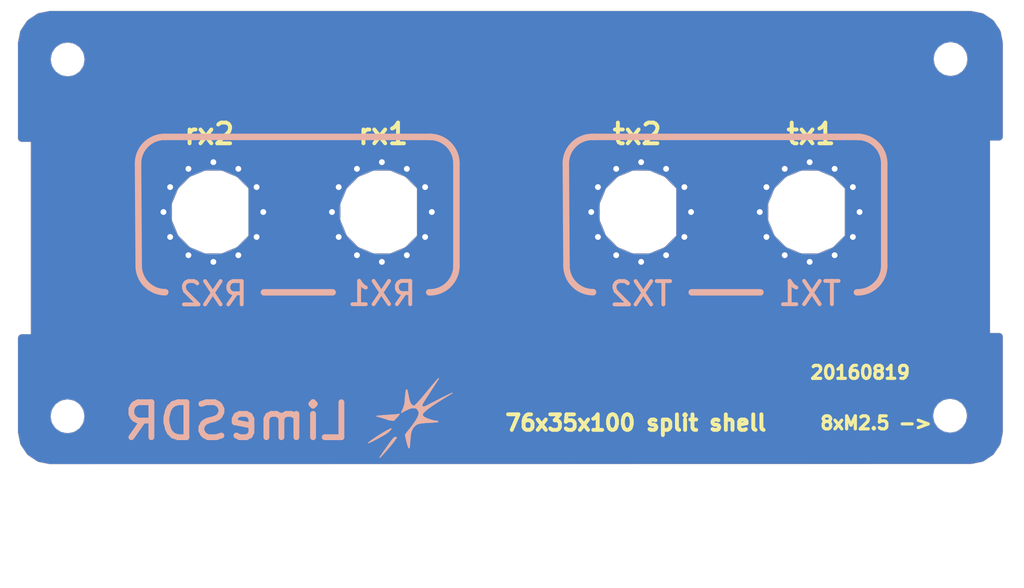
<source format=kicad_pcb>
(kicad_pcb (version 4) (host pcbnew "(2016-07-22 BZR 6991, Git 146a78a)-product")

  (general
    (links 47)
    (no_connects 0)
    (area 25.619999 92.929999 101.630001 127.950001)
    (thickness 1.6)
    (drawings 173)
    (tracks 0)
    (zones 0)
    (modules 5)
    (nets 2)
  )

  (page A4)
  (layers
    (0 F.Cu signal)
    (31 B.Cu signal)
    (32 B.Adhes user hide)
    (33 F.Adhes user hide)
    (34 B.Paste user hide)
    (35 F.Paste user hide)
    (36 B.SilkS user)
    (37 F.SilkS user)
    (38 B.Mask user hide)
    (39 F.Mask user hide)
    (40 Dwgs.User user)
    (41 Cmts.User user hide)
    (42 Eco1.User user hide)
    (43 Eco2.User user hide)
    (44 Edge.Cuts user)
    (45 Margin user hide)
    (46 B.CrtYd user hide)
    (47 F.CrtYd user hide)
    (48 B.Fab user hide)
    (49 F.Fab user hide)
  )

  (setup
    (last_trace_width 0.25)
    (trace_clearance 0.2)
    (zone_clearance 0)
    (zone_45_only yes)
    (trace_min 0.2)
    (segment_width 0.2)
    (edge_width 0.02)
    (via_size 0.8)
    (via_drill 0.4)
    (via_min_size 0.4)
    (via_min_drill 0.3)
    (uvia_size 0.3)
    (uvia_drill 0.1)
    (uvias_allowed no)
    (uvia_min_size 0.2)
    (uvia_min_drill 0.1)
    (pcb_text_width 0.3)
    (pcb_text_size 1.5 1.5)
    (mod_edge_width 0.15)
    (mod_text_size 1 1)
    (mod_text_width 0.15)
    (pad_size 0.8 0.8)
    (pad_drill 0.45)
    (pad_to_mask_clearance 0)
    (aux_axis_origin 24.25 92.1)
    (grid_origin 24.25 92.1)
    (visible_elements 7FFFFFFF)
    (pcbplotparams
      (layerselection 0x010f0_ffffffff)
      (usegerberextensions true)
      (excludeedgelayer true)
      (linewidth 0.150000)
      (plotframeref false)
      (viasonmask false)
      (mode 1)
      (useauxorigin true)
      (hpglpennumber 1)
      (hpglpenspeed 20)
      (hpglpendiameter 15)
      (psnegative false)
      (psa4output false)
      (plotreference false)
      (plotvalue false)
      (plotinvisibletext false)
      (padsonsilk false)
      (subtractmaskfromsilk true)
      (outputformat 1)
      (mirror false)
      (drillshape 0)
      (scaleselection 1)
      (outputdirectory Gerber/20160819_front_panel/))
  )

  (net 0 "")
  (net 1 GND)

  (net_class Default "This is the default net class."
    (clearance 0.2)
    (trace_width 0.25)
    (via_dia 0.8)
    (via_drill 0.4)
    (uvia_dia 0.3)
    (uvia_drill 0.1)
    (add_net GND)
  )

  (module Ohisja:SMA_test1 (layer B.Cu) (tedit 57AB487E) (tstamp 57C9B296)
    (at 53.71 108.47 180)
    (fp_text reference REF** (at 0 -7.7 180) (layer Dwgs.User)
      (effects (font (size 1 1) (thickness 0.15)))
    )
    (fp_text value 2 (at 0 -6.7 180) (layer B.Fab)
      (effects (font (size 1 1) (thickness 0.15)) (justify mirror))
    )
    (fp_circle (center 0 0) (end 2.66 0) (layer B.Mask) (width 3))
    (fp_arc (start 0 0) (end -2.7 1.81) (angle -292.3265473) (layer Edge.Cuts) (width 0.02))
    (fp_circle (center 0 0) (end 6.25 0) (layer Dwgs.User) (width 0.15))
    (fp_line (start 0.2 -0.2) (end -0.2 0.2) (layer Dwgs.User) (width 0.15))
    (fp_line (start -0.2 -0.2) (end 0.2 0.2) (layer Dwgs.User) (width 0.15))
    (fp_line (start 4 -2.1) (end 4 2.1) (layer Dwgs.User) (width 0.15))
    (fp_line (start 0 -4.5) (end 4 -2.1) (layer Dwgs.User) (width 0.15))
    (fp_line (start -4 -2.1) (end 0 -4.5) (layer Dwgs.User) (width 0.15))
    (fp_line (start -4 2.1) (end -4 -2.1) (layer Dwgs.User) (width 0.15))
    (fp_line (start 0 4.5) (end -4 2.1) (layer Dwgs.User) (width 0.15))
    (fp_line (start 4 2.1) (end 0 4.5) (layer Dwgs.User) (width 0.15))
    (fp_line (start -2.7 1.81) (end -2.7 -1.81) (layer Edge.Cuts) (width 0.02))
    (fp_circle (center 0 0) (end 4.5 0) (layer Dwgs.User) (width 0.15))
    (fp_circle (center 0 0) (end 3.25 0) (layer Dwgs.User) (width 0.15))
    (fp_line (start -2.93 1.84) (end -2.93 -1.85) (layer B.Mask) (width 0.7))
    (fp_circle (center 0 0) (end 3.83 0) (layer B.Mask) (width 1.35))
    (fp_line (start -2.92 1.98) (end -2.92 -1.99) (layer F.Mask) (width 0.7))
    (fp_circle (center 0 0) (end 3.83 0) (layer F.Mask) (width 1.35))
    (fp_circle (center 0 0) (end 2.66 0) (layer F.Mask) (width 3))
    (pad 1 thru_hole circle (at 3.85 0 270) (size 0.8 0.8) (drill 0.45) (layers *.Cu)
      (net 1 GND))
    (pad 1 thru_hole circle (at 3.334198 1.925 240) (size 0.8 0.8) (drill 0.45) (layers *.Cu)
      (net 1 GND))
    (pad 1 thru_hole circle (at 1.925 3.334198 210) (size 0.8 0.8) (drill 0.45) (layers *.Cu)
      (net 1 GND))
    (pad 1 thru_hole circle (at 0 3.85 180) (size 0.8 0.8) (drill 0.45) (layers *.Cu)
      (net 1 GND))
    (pad 1 thru_hole circle (at -1.925 3.334198 150) (size 0.8 0.8) (drill 0.45) (layers *.Cu)
      (net 1 GND))
    (pad 1 thru_hole circle (at -3.334198 1.925 120) (size 0.8 0.8) (drill 0.45) (layers *.Cu)
      (net 1 GND))
    (pad 1 thru_hole circle (at -3.85 0 90) (size 0.8 0.8) (drill 0.45) (layers *.Cu)
      (net 1 GND))
    (pad 1 thru_hole circle (at -3.334198 -1.925 60) (size 0.8 0.8) (drill 0.45) (layers *.Cu)
      (net 1 GND))
    (pad 1 thru_hole circle (at -1.925 -3.334198 30) (size 0.8 0.8) (drill 0.45) (layers *.Cu)
      (net 1 GND))
    (pad 1 thru_hole circle (at 0 -3.85) (size 0.8 0.8) (drill 0.45) (layers *.Cu)
      (net 1 GND))
    (pad 1 thru_hole circle (at 1.925 -3.334198 330) (size 0.8 0.8) (drill 0.45) (layers *.Cu)
      (net 1 GND))
    (pad 1 thru_hole circle (at 3.334198 -1.925 300) (size 0.8 0.8) (drill 0.45) (layers *.Cu)
      (net 1 GND))
    (model D:/Dropbox/Projekti/Ohisja/sma.wrl
      (at (xyz 0 -0.02559055118110237 -0.1377952755905512))
      (scale (xyz 0.3937 0.3937 0.3937))
      (rotate (xyz 0 0 0))
    )
  )

  (module Ohisja:SMA_test1 (layer B.Cu) (tedit 57AB487E) (tstamp 57C9B274)
    (at 40.71 108.47 180)
    (fp_text reference REF** (at 0 -7.7 180) (layer Dwgs.User)
      (effects (font (size 1 1) (thickness 0.15)))
    )
    (fp_text value 2 (at 0 -6.7 180) (layer B.Fab)
      (effects (font (size 1 1) (thickness 0.15)) (justify mirror))
    )
    (fp_circle (center 0 0) (end 2.66 0) (layer B.Mask) (width 3))
    (fp_arc (start 0 0) (end -2.7 1.81) (angle -292.3265473) (layer Edge.Cuts) (width 0.02))
    (fp_circle (center 0 0) (end 6.25 0) (layer Dwgs.User) (width 0.15))
    (fp_line (start 0.2 -0.2) (end -0.2 0.2) (layer Dwgs.User) (width 0.15))
    (fp_line (start -0.2 -0.2) (end 0.2 0.2) (layer Dwgs.User) (width 0.15))
    (fp_line (start 4 -2.1) (end 4 2.1) (layer Dwgs.User) (width 0.15))
    (fp_line (start 0 -4.5) (end 4 -2.1) (layer Dwgs.User) (width 0.15))
    (fp_line (start -4 -2.1) (end 0 -4.5) (layer Dwgs.User) (width 0.15))
    (fp_line (start -4 2.1) (end -4 -2.1) (layer Dwgs.User) (width 0.15))
    (fp_line (start 0 4.5) (end -4 2.1) (layer Dwgs.User) (width 0.15))
    (fp_line (start 4 2.1) (end 0 4.5) (layer Dwgs.User) (width 0.15))
    (fp_line (start -2.7 1.81) (end -2.7 -1.81) (layer Edge.Cuts) (width 0.02))
    (fp_circle (center 0 0) (end 4.5 0) (layer Dwgs.User) (width 0.15))
    (fp_circle (center 0 0) (end 3.25 0) (layer Dwgs.User) (width 0.15))
    (fp_line (start -2.93 1.84) (end -2.93 -1.85) (layer B.Mask) (width 0.7))
    (fp_circle (center 0 0) (end 3.83 0) (layer B.Mask) (width 1.35))
    (fp_line (start -2.92 1.98) (end -2.92 -1.99) (layer F.Mask) (width 0.7))
    (fp_circle (center 0 0) (end 3.83 0) (layer F.Mask) (width 1.35))
    (fp_circle (center 0 0) (end 2.66 0) (layer F.Mask) (width 3))
    (pad 1 thru_hole circle (at 3.85 0 270) (size 0.8 0.8) (drill 0.45) (layers *.Cu)
      (net 1 GND))
    (pad 1 thru_hole circle (at 3.334198 1.925 240) (size 0.8 0.8) (drill 0.45) (layers *.Cu)
      (net 1 GND))
    (pad 1 thru_hole circle (at 1.925 3.334198 210) (size 0.8 0.8) (drill 0.45) (layers *.Cu)
      (net 1 GND))
    (pad 1 thru_hole circle (at 0 3.85 180) (size 0.8 0.8) (drill 0.45) (layers *.Cu)
      (net 1 GND))
    (pad 1 thru_hole circle (at -1.925 3.334198 150) (size 0.8 0.8) (drill 0.45) (layers *.Cu)
      (net 1 GND))
    (pad 1 thru_hole circle (at -3.334198 1.925 120) (size 0.8 0.8) (drill 0.45) (layers *.Cu)
      (net 1 GND))
    (pad 1 thru_hole circle (at -3.85 0 90) (size 0.8 0.8) (drill 0.45) (layers *.Cu)
      (net 1 GND))
    (pad 1 thru_hole circle (at -3.334198 -1.925 60) (size 0.8 0.8) (drill 0.45) (layers *.Cu)
      (net 1 GND))
    (pad 1 thru_hole circle (at -1.925 -3.334198 30) (size 0.8 0.8) (drill 0.45) (layers *.Cu)
      (net 1 GND))
    (pad 1 thru_hole circle (at 0 -3.85) (size 0.8 0.8) (drill 0.45) (layers *.Cu)
      (net 1 GND))
    (pad 1 thru_hole circle (at 1.925 -3.334198 330) (size 0.8 0.8) (drill 0.45) (layers *.Cu)
      (net 1 GND))
    (pad 1 thru_hole circle (at 3.334198 -1.925 300) (size 0.8 0.8) (drill 0.45) (layers *.Cu)
      (net 1 GND))
    (model D:/Dropbox/Projekti/Ohisja/sma.wrl
      (at (xyz 0 -0.02559055118110237 -0.1377952755905512))
      (scale (xyz 0.3937 0.3937 0.3937))
      (rotate (xyz 0 0 0))
    )
  )

  (module Ohisja:SMA_test1 (layer B.Cu) (tedit 57AB487E) (tstamp 57ABA22E)
    (at 86.71 108.47 180)
    (fp_text reference REF** (at 0 -7.7 180) (layer Dwgs.User)
      (effects (font (size 1 1) (thickness 0.15)))
    )
    (fp_text value 2 (at 0 -6.7 180) (layer B.Fab)
      (effects (font (size 1 1) (thickness 0.15)) (justify mirror))
    )
    (fp_circle (center 0 0) (end 2.66 0) (layer B.Mask) (width 3))
    (fp_arc (start 0 0) (end -2.7 1.81) (angle -292.3265473) (layer Edge.Cuts) (width 0.02))
    (fp_circle (center 0 0) (end 6.25 0) (layer Dwgs.User) (width 0.15))
    (fp_line (start 0.2 -0.2) (end -0.2 0.2) (layer Dwgs.User) (width 0.15))
    (fp_line (start -0.2 -0.2) (end 0.2 0.2) (layer Dwgs.User) (width 0.15))
    (fp_line (start 4 -2.1) (end 4 2.1) (layer Dwgs.User) (width 0.15))
    (fp_line (start 0 -4.5) (end 4 -2.1) (layer Dwgs.User) (width 0.15))
    (fp_line (start -4 -2.1) (end 0 -4.5) (layer Dwgs.User) (width 0.15))
    (fp_line (start -4 2.1) (end -4 -2.1) (layer Dwgs.User) (width 0.15))
    (fp_line (start 0 4.5) (end -4 2.1) (layer Dwgs.User) (width 0.15))
    (fp_line (start 4 2.1) (end 0 4.5) (layer Dwgs.User) (width 0.15))
    (fp_line (start -2.7 1.81) (end -2.7 -1.81) (layer Edge.Cuts) (width 0.02))
    (fp_circle (center 0 0) (end 4.5 0) (layer Dwgs.User) (width 0.15))
    (fp_circle (center 0 0) (end 3.25 0) (layer Dwgs.User) (width 0.15))
    (fp_line (start -2.93 1.84) (end -2.93 -1.85) (layer B.Mask) (width 0.7))
    (fp_circle (center 0 0) (end 3.83 0) (layer B.Mask) (width 1.35))
    (fp_line (start -2.92 1.98) (end -2.92 -1.99) (layer F.Mask) (width 0.7))
    (fp_circle (center 0 0) (end 3.83 0) (layer F.Mask) (width 1.35))
    (fp_circle (center 0 0) (end 2.66 0) (layer F.Mask) (width 3))
    (pad 1 thru_hole circle (at 3.85 0 270) (size 0.8 0.8) (drill 0.45) (layers *.Cu)
      (net 1 GND))
    (pad 1 thru_hole circle (at 3.334198 1.925 240) (size 0.8 0.8) (drill 0.45) (layers *.Cu)
      (net 1 GND))
    (pad 1 thru_hole circle (at 1.925 3.334198 210) (size 0.8 0.8) (drill 0.45) (layers *.Cu)
      (net 1 GND))
    (pad 1 thru_hole circle (at 0 3.85 180) (size 0.8 0.8) (drill 0.45) (layers *.Cu)
      (net 1 GND))
    (pad 1 thru_hole circle (at -1.925 3.334198 150) (size 0.8 0.8) (drill 0.45) (layers *.Cu)
      (net 1 GND))
    (pad 1 thru_hole circle (at -3.334198 1.925 120) (size 0.8 0.8) (drill 0.45) (layers *.Cu)
      (net 1 GND))
    (pad 1 thru_hole circle (at -3.85 0 90) (size 0.8 0.8) (drill 0.45) (layers *.Cu)
      (net 1 GND))
    (pad 1 thru_hole circle (at -3.334198 -1.925 60) (size 0.8 0.8) (drill 0.45) (layers *.Cu)
      (net 1 GND))
    (pad 1 thru_hole circle (at -1.925 -3.334198 30) (size 0.8 0.8) (drill 0.45) (layers *.Cu)
      (net 1 GND))
    (pad 1 thru_hole circle (at 0 -3.85) (size 0.8 0.8) (drill 0.45) (layers *.Cu)
      (net 1 GND))
    (pad 1 thru_hole circle (at 1.925 -3.334198 330) (size 0.8 0.8) (drill 0.45) (layers *.Cu)
      (net 1 GND))
    (pad 1 thru_hole circle (at 3.334198 -1.925 300) (size 0.8 0.8) (drill 0.45) (layers *.Cu)
      (net 1 GND))
    (model D:/Dropbox/Projekti/Ohisja/sma.wrl
      (at (xyz 0 -0.02559055118110237 -0.1377952755905512))
      (scale (xyz 0.3937 0.3937 0.3937))
      (rotate (xyz 0 0 0))
    )
  )

  (module Ohisja:SMA_test1 (layer B.Cu) (tedit 57AB487E) (tstamp 57ABA20C)
    (at 73.71 108.47 180)
    (fp_text reference REF** (at 0 -7.7 180) (layer Dwgs.User)
      (effects (font (size 1 1) (thickness 0.15)))
    )
    (fp_text value 2 (at 0 -6.7 180) (layer B.Fab)
      (effects (font (size 1 1) (thickness 0.15)) (justify mirror))
    )
    (fp_circle (center 0 0) (end 2.66 0) (layer B.Mask) (width 3))
    (fp_arc (start 0 0) (end -2.7 1.81) (angle -292.3265473) (layer Edge.Cuts) (width 0.02))
    (fp_circle (center 0 0) (end 6.25 0) (layer Dwgs.User) (width 0.15))
    (fp_line (start 0.2 -0.2) (end -0.2 0.2) (layer Dwgs.User) (width 0.15))
    (fp_line (start -0.2 -0.2) (end 0.2 0.2) (layer Dwgs.User) (width 0.15))
    (fp_line (start 4 -2.1) (end 4 2.1) (layer Dwgs.User) (width 0.15))
    (fp_line (start 0 -4.5) (end 4 -2.1) (layer Dwgs.User) (width 0.15))
    (fp_line (start -4 -2.1) (end 0 -4.5) (layer Dwgs.User) (width 0.15))
    (fp_line (start -4 2.1) (end -4 -2.1) (layer Dwgs.User) (width 0.15))
    (fp_line (start 0 4.5) (end -4 2.1) (layer Dwgs.User) (width 0.15))
    (fp_line (start 4 2.1) (end 0 4.5) (layer Dwgs.User) (width 0.15))
    (fp_line (start -2.7 1.81) (end -2.7 -1.81) (layer Edge.Cuts) (width 0.02))
    (fp_circle (center 0 0) (end 4.5 0) (layer Dwgs.User) (width 0.15))
    (fp_circle (center 0 0) (end 3.25 0) (layer Dwgs.User) (width 0.15))
    (fp_line (start -2.93 1.84) (end -2.93 -1.85) (layer B.Mask) (width 0.7))
    (fp_circle (center 0 0) (end 3.83 0) (layer B.Mask) (width 1.35))
    (fp_line (start -2.92 1.98) (end -2.92 -1.99) (layer F.Mask) (width 0.7))
    (fp_circle (center 0 0) (end 3.83 0) (layer F.Mask) (width 1.35))
    (fp_circle (center 0 0) (end 2.66 0) (layer F.Mask) (width 3))
    (pad 1 thru_hole circle (at 3.85 0 270) (size 0.8 0.8) (drill 0.45) (layers *.Cu)
      (net 1 GND))
    (pad 1 thru_hole circle (at 3.334198 1.925 240) (size 0.8 0.8) (drill 0.45) (layers *.Cu)
      (net 1 GND))
    (pad 1 thru_hole circle (at 1.925 3.334198 210) (size 0.8 0.8) (drill 0.45) (layers *.Cu)
      (net 1 GND))
    (pad 1 thru_hole circle (at 0 3.85 180) (size 0.8 0.8) (drill 0.45) (layers *.Cu)
      (net 1 GND))
    (pad 1 thru_hole circle (at -1.925 3.334198 150) (size 0.8 0.8) (drill 0.45) (layers *.Cu)
      (net 1 GND))
    (pad 1 thru_hole circle (at -3.334198 1.925 120) (size 0.8 0.8) (drill 0.45) (layers *.Cu)
      (net 1 GND))
    (pad 1 thru_hole circle (at -3.85 0 90) (size 0.8 0.8) (drill 0.45) (layers *.Cu)
      (net 1 GND))
    (pad 1 thru_hole circle (at -3.334198 -1.925 60) (size 0.8 0.8) (drill 0.45) (layers *.Cu)
      (net 1 GND))
    (pad 1 thru_hole circle (at -1.925 -3.334198 30) (size 0.8 0.8) (drill 0.45) (layers *.Cu)
      (net 1 GND))
    (pad 1 thru_hole circle (at 0 -3.85) (size 0.8 0.8) (drill 0.45) (layers *.Cu)
      (net 1 GND))
    (pad 1 thru_hole circle (at 1.925 -3.334198 330) (size 0.8 0.8) (drill 0.45) (layers *.Cu)
      (net 1 GND))
    (pad 1 thru_hole circle (at 3.334198 -1.925 300) (size 0.8 0.8) (drill 0.45) (layers *.Cu)
      (net 1 GND))
    (model D:/Dropbox/Projekti/Ohisja/sma.wrl
      (at (xyz 0 -0.02559055118110237 -0.1377952755905512))
      (scale (xyz 0.3937 0.3937 0.3937))
      (rotate (xyz 0 0 0))
    )
  )

  (module Ohisja:Lime_logo (layer B.Cu) (tedit 0) (tstamp 57670360)
    (at 55.65 124.33 180)
    (fp_text reference G*** (at 5.1 -7.45 180) (layer B.SilkS) hide
      (effects (font (thickness 0.3)) (justify mirror))
    )
    (fp_text value LOGO (at 5.25 -7.55 180) (layer B.SilkS) hide
      (effects (font (thickness 0.3)) (justify mirror))
    )
    (fp_poly (pts (xy 0.945957 -1.508197) (xy 0.982519 -1.519661) (xy 1.023131 -1.546913) (xy 1.073568 -1.596618)
      (xy 1.139601 -1.675441) (xy 1.227003 -1.790047) (xy 1.341546 -1.947101) (xy 1.489005 -2.153268)
      (xy 1.583381 -2.286) (xy 1.731494 -2.495399) (xy 1.864803 -2.685609) (xy 1.977766 -2.848585)
      (xy 2.064847 -2.976282) (xy 2.120505 -3.060655) (xy 2.13923 -3.093357) (xy 2.123027 -3.121022)
      (xy 2.067141 -3.090645) (xy 1.97079 -3.001686) (xy 1.901192 -2.928592) (xy 1.726978 -2.739481)
      (xy 1.587731 -2.585778) (xy 1.468508 -2.450207) (xy 1.354369 -2.315488) (xy 1.230375 -2.164344)
      (xy 1.095232 -1.996531) (xy 0.978321 -1.847263) (xy 0.881011 -1.716509) (xy 0.81103 -1.615175)
      (xy 0.776107 -1.554169) (xy 0.773823 -1.542959) (xy 0.814691 -1.517775) (xy 0.897791 -1.505979)
      (xy 0.907674 -1.505857) (xy 0.945957 -1.508197)) (layer B.SilkS) (width 0.01))
    (fp_poly (pts (xy -2.414828 3.029694) (xy -2.342616 2.962919) (xy -2.234055 2.842521) (xy -2.173854 2.771859)
      (xy -2.070789 2.649805) (xy -1.982798 2.546189) (xy -1.922028 2.475287) (xy -1.90366 2.454359)
      (xy -1.869525 2.414224) (xy -1.797317 2.327588) (xy -1.694991 2.204054) (xy -1.570505 2.053228)
      (xy -1.433575 1.886857) (xy -1.277906 1.699781) (xy -1.119419 1.513377) (xy -0.970984 1.3425)
      (xy -0.84547 1.202006) (xy -0.773486 1.124857) (xy -0.665038 1.013779) (xy -0.592913 0.947379)
      (xy -0.543215 0.917947) (xy -0.502046 0.917775) (xy -0.45551 0.939153) (xy -0.447103 0.9438)
      (xy -0.349671 1.021291) (xy -0.272321 1.13977) (xy -0.209494 1.310244) (xy -0.162927 1.506382)
      (xy -0.115809 1.740134) (xy -0.079962 1.912144) (xy -0.052598 2.031868) (xy -0.030931 2.108762)
      (xy -0.012172 2.15228) (xy 0.006466 2.171877) (xy 0.027769 2.17701) (xy 0.034807 2.177143)
      (xy 0.063057 2.165044) (xy 0.08558 2.121138) (xy 0.105379 2.034012) (xy 0.125457 1.892254)
      (xy 0.137869 1.7854) (xy 0.156189 1.607522) (xy 0.170769 1.441043) (xy 0.179748 1.308659)
      (xy 0.181706 1.250185) (xy 0.199496 1.091541) (xy 0.246577 0.899854) (xy 0.314279 0.703938)
      (xy 0.393934 0.532602) (xy 0.401806 0.518655) (xy 0.45112 0.414665) (xy 0.461278 0.349628)
      (xy 0.433943 0.331943) (xy 0.372151 0.368844) (xy 0.333678 0.396945) (xy 0.27366 0.432034)
      (xy 0.181743 0.479373) (xy 0.047576 0.544224) (xy -0.139195 0.631847) (xy -0.21062 0.665026)
      (xy -0.294235 0.687455) (xy -0.416548 0.702362) (xy -0.494912 0.705689) (xy -0.618109 0.701922)
      (xy -0.696294 0.681518) (xy -0.756654 0.635181) (xy -0.781604 0.607642) (xy -0.848617 0.502326)
      (xy -0.890078 0.38799) (xy -0.890345 0.386593) (xy -0.883766 0.248693) (xy -0.821226 0.066959)
      (xy -0.703534 -0.157241) (xy -0.5315 -0.422536) (xy -0.305936 -0.727557) (xy -0.02915 -1.06915)
      (xy 0.082211 -1.210981) (xy 0.147021 -1.315051) (xy 0.161882 -1.37586) (xy 0.161288 -1.377578)
      (xy 0.14236 -1.444658) (xy 0.118945 -1.552414) (xy 0.107255 -1.614715) (xy 0.089001 -1.71008)
      (xy 0.066478 -1.808588) (xy 0.035228 -1.927273) (xy -0.009203 -2.083167) (xy -0.062993 -2.265493)
      (xy -0.104558 -2.35475) (xy -0.153671 -2.388687) (xy -0.198983 -2.35952) (xy -0.199319 -2.358981)
      (xy -0.210401 -2.310042) (xy -0.224021 -2.202855) (xy -0.238689 -2.051632) (xy -0.252917 -1.870584)
      (xy -0.257459 -1.803708) (xy -0.282169 -1.505292) (xy -0.314947 -1.267958) (xy -0.358815 -1.08039)
      (xy -0.416794 -0.931275) (xy -0.491906 -0.809297) (xy -0.53787 -0.753798) (xy -0.619676 -0.668307)
      (xy -0.699684 -0.600572) (xy -0.787921 -0.547969) (xy -0.894414 -0.507875) (xy -1.02919 -0.477666)
      (xy -1.202276 -0.454718) (xy -1.423699 -0.436408) (xy -1.703485 -0.420113) (xy -1.839104 -0.413322)
      (xy -2.027446 -0.40248) (xy -2.191216 -0.389929) (xy -2.316043 -0.377003) (xy -2.387555 -0.365039)
      (xy -2.397109 -0.361465) (xy -2.424567 -0.319532) (xy -2.395238 -0.279033) (xy -2.323533 -0.255459)
      (xy -2.29714 -0.254) (xy -2.165688 -0.240636) (xy -1.998118 -0.204727) (xy -1.813423 -0.152545)
      (xy -1.630597 -0.090363) (xy -1.468633 -0.024454) (xy -1.346523 0.038909) (xy -1.296931 0.076344)
      (xy -1.232899 0.146602) (xy -1.215235 0.197974) (xy -1.236583 0.260366) (xy -1.246736 0.280381)
      (xy -1.324132 0.384987) (xy -1.46274 0.516838) (xy -1.663931 0.677094) (xy -1.929078 0.866912)
      (xy -1.995773 0.912512) (xy -2.168564 1.02791) (xy -2.369716 1.159226) (xy -2.583912 1.296757)
      (xy -2.795836 1.430801) (xy -2.990172 1.551653) (xy -3.151603 1.649612) (xy -3.246045 1.704571)
      (xy -3.382733 1.783554) (xy -3.466204 1.838605) (xy -3.508011 1.878526) (xy -3.519708 1.912116)
      (xy -3.519714 1.913012) (xy -3.490275 1.911419) (xy -3.401533 1.877177) (xy -3.252857 1.809975)
      (xy -3.043614 1.709506) (xy -2.773171 1.575461) (xy -2.440896 1.407529) (xy -2.046155 1.205403)
      (xy -1.621289 0.985874) (xy -1.461716 0.906595) (xy -1.352424 0.861668) (xy -1.28201 0.847218)
      (xy -1.242448 0.857067) (xy -1.186812 0.905402) (xy -1.171858 0.929427) (xy -1.176523 0.954066)
      (xy -1.200469 1.005533) (xy -1.246109 1.087684) (xy -1.315859 1.204374) (xy -1.412134 1.359457)
      (xy -1.537347 1.55679) (xy -1.693915 1.800228) (xy -1.884252 2.093625) (xy -2.110772 2.440836)
      (xy -2.291775 2.717385) (xy -2.370438 2.840779) (xy -2.430895 2.941953) (xy -2.463939 3.005219)
      (xy -2.467429 3.016742) (xy -2.454996 3.046437) (xy -2.414828 3.029694)) (layer B.SilkS) (width 0.01))
    (fp_poly (pts (xy 1.250785 -0.843459) (xy 1.358718 -0.887585) (xy 1.523376 -0.971395) (xy 1.551346 -0.98643)
      (xy 1.719914 -1.081331) (xy 1.908867 -1.194076) (xy 2.108649 -1.31826) (xy 2.309702 -1.44748)
      (xy 2.502469 -1.575331) (xy 2.677394 -1.695409) (xy 2.824919 -1.801308) (xy 2.935487 -1.886624)
      (xy 2.999542 -1.944952) (xy 3.011714 -1.965088) (xy 3.00172 -1.986665) (xy 2.966309 -1.987645)
      (xy 2.897338 -1.964911) (xy 2.786665 -1.915348) (xy 2.626148 -1.835838) (xy 2.485571 -1.763697)
      (xy 2.163983 -1.594702) (xy 1.901631 -1.450453) (xy 1.691407 -1.326297) (xy 1.526198 -1.217579)
      (xy 1.398894 -1.119644) (xy 1.302384 -1.027836) (xy 1.234777 -0.944921) (xy 1.192069 -0.872554)
      (xy 1.19632 -0.838591) (xy 1.250785 -0.843459)) (layer B.SilkS) (width 0.01))
    (fp_poly (pts (xy 0.640127 0.276382) (xy 0.712546 0.265702) (xy 0.841529 0.252481) (xy 1.011176 0.238132)
      (xy 1.205588 0.22407) (xy 1.288143 0.218753) (xy 1.61825 0.197392) (xy 1.881246 0.178267)
      (xy 2.082535 0.160816) (xy 2.227524 0.144481) (xy 2.321618 0.128699) (xy 2.370223 0.112909)
      (xy 2.378722 0.105609) (xy 2.362294 0.076998) (xy 2.296555 0.051996) (xy 2.186683 0.024462)
      (xy 2.0438 -0.015261) (xy 1.887226 -0.06131) (xy 1.736277 -0.107827) (xy 1.610272 -0.14895)
      (xy 1.528528 -0.178819) (xy 1.51445 -0.185265) (xy 1.44477 -0.207142) (xy 1.330855 -0.228844)
      (xy 1.231409 -0.241824) (xy 1.012347 -0.26472) (xy 0.818377 -0.064457) (xy 0.717921 0.043983)
      (xy 0.633926 0.143156) (xy 0.583106 0.213221) (xy 0.580402 0.21803) (xy 0.555092 0.274533)
      (xy 0.5756 0.288591) (xy 0.640127 0.276382)) (layer B.SilkS) (width 0.01))
  )

  (gr_line (start 57.51 102.67) (end 37.01 102.67) (layer B.SilkS) (width 0.5) (tstamp 57C9B2C1))
  (gr_line (start 59.46 112.64) (end 59.46 104.77061) (layer B.SilkS) (width 0.5) (tstamp 57C9B2C0))
  (gr_text RX1 (at 53.71 114.77) (layer B.SilkS) (tstamp 57C9B2BF)
    (effects (font (size 1.8 1.8) (thickness 0.3)) (justify mirror))
  )
  (gr_arc (start 57.40939 112.62) (end 57.35939 114.67) (angle -91.39718103) (layer B.SilkS) (width 0.5) (tstamp 57C9B2BE))
  (gr_arc (start 57.41 104.72061) (end 59.46 104.77061) (angle -91.39718103) (layer B.SilkS) (width 0.5) (tstamp 57C9B2BD))
  (gr_line (start 49.91 114.67) (end 44.61 114.67) (layer B.SilkS) (width 0.5) (tstamp 57C9B2BC))
  (gr_arc (start 36.95 104.72) (end 37 102.67) (angle -91.39718103) (layer B.SilkS) (width 0.5) (tstamp 57C9B2BB))
  (gr_line (start 34.9 104.76) (end 34.95 112.55939) (layer B.SilkS) (width 0.5) (tstamp 57C9B2BA))
  (gr_arc (start 37 112.60939) (end 34.95 112.55939) (angle -91.39718103) (layer B.SilkS) (width 0.5) (tstamp 57C9B2B9))
  (gr_text RX2 (at 40.71 114.78489) (layer B.SilkS) (tstamp 57C9B2B8)
    (effects (font (size 1.8 1.8) (thickness 0.3)) (justify mirror))
  )
  (gr_text rx2 (at 40.4 102.44) (layer F.SilkS) (tstamp 57C9B273)
    (effects (font (size 1.6 1.6) (thickness 0.3)))
  )
  (gr_text rx1 (at 53.81 102.44) (layer F.SilkS) (tstamp 57C9B272)
    (effects (font (size 1.6 1.6) (thickness 0.3)))
  )
  (gr_arc (start 101.32 118.1) (end 101.32 117.8) (angle 90) (layer Edge.Cuts) (width 0.02) (tstamp 57C9A4C8))
  (gr_arc (start 101.32 102.66) (end 101.62 102.66) (angle 90) (layer Edge.Cuts) (width 0.02) (tstamp 57C9A4B3))
  (gr_arc (start 25.93 102.76) (end 25.93 103.06) (angle 90) (layer Edge.Cuts) (width 0.02) (tstamp 57C9A49B))
  (gr_arc (start 25.93 118.2) (end 25.63 118.2) (angle 90) (layer Edge.Cuts) (width 0.02))
  (gr_line (start 25.63 95.43) (end 25.63 102.76) (layer Edge.Cuts) (width 0.02) (tstamp 57C9A478))
  (gr_line (start 25.63 118.2) (end 25.63 125.45) (layer Edge.Cuts) (width 0.02) (tstamp 57C9A474))
  (gr_line (start 101.62 118.1) (end 101.62 125.44) (layer Edge.Cuts) (width 0.02))
  (gr_line (start 101.62 95.43) (end 101.62 102.66) (layer Edge.Cuts) (width 0.02))
  (gr_line (start 100.629999 102.96) (end 101.32 102.96) (layer Edge.Cuts) (width 0.02) (tstamp 57C9A466))
  (gr_line (start 100.63 117.8) (end 100.629999 102.96) (layer Edge.Cuts) (width 0.02) (tstamp 57C9A465))
  (gr_line (start 100.63 117.8) (end 101.32 117.8) (layer Edge.Cuts) (width 0.02) (tstamp 57C9A464))
  (gr_line (start 26.62 103.06) (end 26.62 117.9) (layer Edge.Cuts) (width 0.02))
  (gr_line (start 26.62 103.06) (end 25.93 103.06) (layer Edge.Cuts) (width 0.02) (tstamp 57C9A460))
  (gr_line (start 26.62 117.9) (end 25.93 117.9) (layer Edge.Cuts) (width 0.02))
  (gr_line (start 57.584216 123.99033) (end 57.584216 119.47147) (layer Dwgs.User) (width 0.1))
  (gr_line (start 69.570516 123.99033) (end 57.584216 123.99033) (layer Dwgs.User) (width 0.1))
  (gr_line (start 69.570516 119.47147) (end 69.570516 123.99033) (layer Dwgs.User) (width 0.1))
  (gr_line (start 57.584216 119.47147) (end 69.570516 119.47147) (layer Dwgs.User) (width 0.1))
  (gr_line (start 25.622894 92.939774) (end 101.622897 92.939774) (layer Dwgs.User) (width 0.1))
  (gr_line (start 101.622897 127.939775) (end 25.622894 127.939775) (layer Dwgs.User) (width 0.1))
  (gr_line (start 97.550336 125.838951) (end 96.386797 125.356997) (layer Dwgs.User) (width 0.1))
  (gr_line (start 99.234897 96.677295) (end 99.234897 96.677295) (layer Dwgs.User) (width 0.1))
  (gr_line (start 99.234897 96.677295) (end 98.752943 97.840839) (layer Dwgs.User) (width 0.1))
  (gr_line (start 31.081633 124.240526) (end 31.081633 124.240526) (layer Dwgs.User) (width 0.1))
  (gr_line (start 28.07794 120.020613) (end 30.572457 119.983196) (layer Dwgs.User) (width 0.1))
  (gr_line (start 30.599681 125.404066) (end 29.436139 125.88602) (layer Dwgs.User) (width 0.1))
  (gr_line (start 96.425863 95.513755) (end 97.589403 95.0318) (layer Dwgs.User) (width 0.1))
  (gr_line (start 96.386797 123.029917) (end 97.550336 122.547962) (layer Dwgs.User) (width 0.1))
  (gr_line (start 84.326263 113.876243) (end 84.326263 121.297427) (layer Dwgs.User) (width 0.1))
  (gr_line (start 29.436139 122.595031) (end 30.599681 123.076986) (layer Dwgs.User) (width 0.1))
  (gr_line (start 28.31252 97.864605) (end 27.830563 96.701061) (layer Dwgs.User) (width 0.1))
  (gr_line (start 28.003105 121.841609) (end 28.07794 120.020613) (layer Dwgs.User) (width 0.1))
  (gr_line (start 29.476057 95.055566) (end 30.6396 95.53752) (layer Dwgs.User) (width 0.1))
  (gr_line (start 28.177722 100.837788) (end 28.152774 99.00432) (layer Dwgs.User) (width 0.1))
  (gr_line (start 98.752943 95.513755) (end 99.234897 96.677295) (layer Dwgs.User) (width 0.1))
  (gr_line (start 30.572457 110.416729) (end 30.522565 100.925096) (layer Dwgs.User) (width 0.1))
  (gr_line (start 97.589403 95.0318) (end 98.752943 95.513755) (layer Dwgs.User) (width 0.1))
  (gr_line (start 95.943909 96.677295) (end 96.425863 95.513755) (layer Dwgs.User) (width 0.1))
  (gr_line (start 80.324759 113.876243) (end 85.326263 113.876243) (layer Dwgs.User) (width 0.1))
  (gr_line (start 79.324759 121.297427) (end 79.324759 113.876243) (layer Dwgs.User) (width 0.1))
  (gr_line (start 96.425863 97.840839) (end 95.943909 96.677295) (layer Dwgs.User) (width 0.1))
  (gr_line (start 27.790645 124.240526) (end 28.2726 123.076986) (layer Dwgs.User) (width 0.1))
  (gr_line (start 28.31252 95.53752) (end 29.476057 95.055566) (layer Dwgs.User) (width 0.1))
  (gr_line (start 29.476057 98.346561) (end 28.31252 97.864605) (layer Dwgs.User) (width 0.1))
  (gr_line (start 98.752943 97.840839) (end 97.589403 98.322792) (layer Dwgs.User) (width 0.1))
  (gr_line (start 98.713878 123.029917) (end 99.19583 124.193457) (layer Dwgs.User) (width 0.1))
  (gr_line (start 97.550336 122.547962) (end 98.713878 123.029917) (layer Dwgs.User) (width 0.1))
  (gr_line (start 84.407704 121.315365) (end 79.4062 121.315365) (layer Dwgs.User) (width 0.1))
  (gr_line (start 95.904842 124.193457) (end 96.386797 123.029917) (layer Dwgs.User) (width 0.1))
  (gr_line (start 101.622897 92.939774) (end 101.622897 127.939775) (layer Dwgs.User) (width 0.1))
  (gr_line (start 28.2726 123.076986) (end 29.436139 122.595031) (layer Dwgs.User) (width 0.1))
  (gr_line (start 28.2726 125.404066) (end 27.790645 124.240526) (layer Dwgs.User) (width 0.1))
  (gr_line (start 70.381561 121.327118) (end 56.961067 121.327118) (layer Dwgs.User) (width 0.1))
  (gr_line (start 29.436139 125.88602) (end 28.2726 125.404066) (layer Dwgs.User) (width 0.1))
  (gr_line (start 31.081633 124.240526) (end 30.599681 125.404066) (layer Dwgs.User) (width 0.1))
  (gr_line (start 30.6396 97.864605) (end 29.476057 98.346561) (layer Dwgs.User) (width 0.1))
  (gr_line (start 84.326263 121.297427) (end 79.324759 121.297427) (layer Dwgs.User) (width 0.1))
  (gr_line (start 56.961067 119.356451) (end 70.381561 119.356451) (layer Dwgs.User) (width 0.1))
  (gr_line (start 84.407704 113.894181) (end 84.407704 121.315365) (layer Dwgs.User) (width 0.1))
  (gr_line (start 98.713878 125.356997) (end 97.550336 125.838951) (layer Dwgs.User) (width 0.1))
  (gr_line (start 31.121551 96.701061) (end 31.121551 96.701061) (layer Dwgs.User) (width 0.1))
  (gr_line (start 70.381561 119.356451) (end 70.381561 121.327118) (layer Dwgs.User) (width 0.1))
  (gr_line (start 99.19583 124.193457) (end 99.19583 124.193457) (layer Dwgs.User) (width 0.1))
  (gr_line (start 30.996521 97.35794) (end 31.71993 97.370414) (layer Dwgs.User) (width 0.1))
  (gr_line (start 31.121551 96.701061) (end 30.6396 97.864605) (layer Dwgs.User) (width 0.1))
  (gr_line (start 29.986242 98.305853) (end 30.996521 97.35794) (layer Dwgs.User) (width 0.1))
  (gr_line (start 30.036133 98.929483) (end 29.986242 98.305853) (layer Dwgs.User) (width 0.1))
  (gr_line (start 30.6396 95.53752) (end 31.121551 96.701061) (layer Dwgs.User) (width 0.1))
  (gr_line (start 80.4062 113.894181) (end 85.407704 113.894181) (layer Dwgs.User) (width 0.1))
  (gr_line (start 28.152774 99.00432) (end 30.036133 98.929483) (layer Dwgs.User) (width 0.1))
  (gr_line (start 30.522565 100.925096) (end 28.177722 100.837788) (layer Dwgs.User) (width 0.1))
  (gr_line (start 96.386797 125.356997) (end 95.904842 124.193457) (layer Dwgs.User) (width 0.1))
  (gr_line (start 27.830563 96.701061) (end 28.31252 95.53752) (layer Dwgs.User) (width 0.1))
  (gr_line (start 97.589403 98.322792) (end 96.425863 97.840839) (layer Dwgs.User) (width 0.1))
  (gr_line (start 79.4062 121.315365) (end 79.4062 113.894181) (layer Dwgs.User) (width 0.1))
  (gr_line (start 29.824102 121.903972) (end 28.003105 121.841609) (layer Dwgs.User) (width 0.1))
  (gr_line (start 99.19583 124.193457) (end 98.713878 125.356997) (layer Dwgs.User) (width 0.1))
  (gr_line (start 56.961067 121.327118) (end 56.961067 119.356451) (layer Dwgs.User) (width 0.1))
  (gr_line (start 30.599681 123.076986) (end 31.081633 124.240526) (layer Dwgs.User) (width 0.1))
  (gr_line (start 30.572457 119.983196) (end 30.572457 110.416729) (layer Dwgs.User) (width 0.1))
  (gr_line (start 98.03 123.38) (end 29.943888 123.38) (layer Dwgs.User) (width 0.1))
  (gr_line (start 96.652171 119.933316) (end 99.109271 119.983207) (layer Dwgs.User) (width 0.1))
  (gr_line (start 95.604475 94.900842) (end 95.616949 96.958818) (layer Dwgs.User) (width 0.1))
  (gr_line (start 84.564184 113.643703) (end 84.564184 121.307889) (layer Dwgs.User) (width 0.1))
  (gr_line (start 31.71993 97.370414) (end 31.657567 94.888371) (layer Dwgs.User) (width 0.1))
  (gr_line (start 29.943888 123.38) (end 29.943888 121.78) (layer Dwgs.User) (width 0.1))
  (gr_line (start 56.836339 119.343999) (end 56.836339 115.901551) (layer Dwgs.User) (width 0.1))
  (gr_line (start 99.146691 100.825322) (end 96.677119 100.85027) (layer Dwgs.User) (width 0.1))
  (gr_line (start 95.716728 123.600257) (end 95.62942 125.882738) (layer Dwgs.User) (width 0.1))
  (gr_line (start 26.62926 103.056119) (end 26.62926 117.898178) (layer Dwgs.User) (width 0.1))
  (gr_line (start 95.616949 96.958818) (end 95.891345 97.270634) (layer Dwgs.User) (width 0.1))
  (gr_line (start 100.593969 102.959673) (end 101.461238 102.959673) (layer Dwgs.User) (width 0.1))
  (gr_line (start 101.461238 117.801732) (end 100.593969 117.801732) (layer Dwgs.User) (width 0.1))
  (gr_line (start 57.319444 119.270139) (end 69.819444 119.270139) (layer Dwgs.User) (width 0.1))
  (gr_line (start 70.689008 119.611582) (end 56.624429 119.611582) (layer Dwgs.User) (width 0.1))
  (gr_line (start 31.083829 123.650151) (end 29.923879 122.577512) (layer Dwgs.User) (width 0.1))
  (gr_line (start 97.338163 122.440307) (end 96.277995 123.650146) (layer Dwgs.User) (width 0.1))
  (gr_line (start 70.481354 115.901551) (end 70.481354 119.343999) (layer Dwgs.User) (width 0.1))
  (gr_line (start 95.891345 97.270634) (end 97.250855 98.655089) (layer Dwgs.User) (width 0.1))
  (gr_line (start 79.199865 121.307889) (end 79.199865 113.643703) (layer Dwgs.User) (width 0.1))
  (gr_line (start 69.819444 124.270139) (end 57.319444 124.270139) (layer Dwgs.User) (width 0.1))
  (gr_line (start 25.76199 117.898178) (end 25.76199 103.056119) (layer Dwgs.User) (width 0.1))
  (gr_line (start 84.564184 121.307889) (end 79.199865 121.307889) (layer Dwgs.User) (width 0.1))
  (gr_line (start 96.277995 123.650146) (end 95.716728 123.600257) (layer Dwgs.User) (width 0.1))
  (gr_line (start 56.624429 115.55181) (end 70.689008 115.55181) (layer Dwgs.User) (width 0.1))
  (gr_line (start 31.607676 123.625203) (end 31.083829 123.650151) (layer Dwgs.User) (width 0.1))
  (gr_line (start 97.250855 98.655089) (end 97.250855 98.917014) (layer Dwgs.User) (width 0.1))
  (gr_line (start 70.689008 115.55181) (end 70.689008 119.611582) (layer Dwgs.User) (width 0.1))
  (gr_line (start 26.62926 117.898178) (end 25.76199 117.898178) (layer Dwgs.User) (width 0.1))
  (gr_line (start 97.250855 98.917014) (end 99.121742 98.929488) (layer Dwgs.User) (width 0.1))
  (gr_line (start 31.657567 94.888371) (end 95.604475 94.900842) (layer Dwgs.User) (width 0.1))
  (gr_line (start 101.461238 102.959673) (end 101.461238 117.801732) (layer Dwgs.User) (width 0.1))
  (gr_line (start 56.836339 115.901551) (end 70.481354 115.901551) (layer Dwgs.User) (width 0.1))
  (gr_line (start 97.300746 121.841623) (end 97.338163 122.440307) (layer Dwgs.User) (width 0.1))
  (gr_line (start 56.624429 119.611582) (end 56.624429 115.55181) (layer Dwgs.User) (width 0.1))
  (gr_line (start 29.923879 122.577512) (end 29.824102 121.903972) (layer Dwgs.User) (width 0.1))
  (gr_line (start 99.146688 121.829149) (end 97.300746 121.841623) (layer Dwgs.User) (width 0.1))
  (gr_line (start 99.109271 119.983207) (end 99.146688 121.829149) (layer Dwgs.User) (width 0.1))
  (gr_line (start 95.62942 125.882738) (end 31.682513 125.895212) (layer Dwgs.User) (width 0.1))
  (gr_line (start 70.481354 119.343999) (end 56.836339 119.343999) (layer Dwgs.User) (width 0.1))
  (gr_line (start 31.682513 125.895212) (end 31.607676 123.625203) (layer Dwgs.User) (width 0.1))
  (gr_line (start 100.593969 117.801732) (end 100.593969 102.959673) (layer Dwgs.User) (width 0.1))
  (gr_line (start 25.76199 103.056119) (end 26.62926 103.056119) (layer Dwgs.User) (width 0.1))
  (gr_line (start 99.121742 98.929488) (end 99.146691 100.825322) (layer Dwgs.User) (width 0.1))
  (gr_line (start 29.943888 121.78) (end 98.03 121.78) (layer Dwgs.User) (width 0.1))
  (gr_line (start 57.319444 124.270139) (end 57.319444 119.270139) (layer Dwgs.User) (width 0.1))
  (gr_line (start 69.819444 119.270139) (end 69.819444 124.270139) (layer Dwgs.User) (width 0.1))
  (gr_line (start 96.677119 100.85027) (end 96.652171 119.933316) (layer Dwgs.User) (width 0.1))
  (gr_line (start 80.199865 113.643703) (end 85.564184 113.643703) (layer Dwgs.User) (width 0.1))
  (gr_line (start 98.03 121.78) (end 98.03 123.38) (layer Dwgs.User) (width 0.1))
  (gr_text 20160819 (at 86.63 120.86) (layer F.SilkS) (tstamp 57B7285D)
    (effects (font (size 1 1) (thickness 0.25)) (justify left))
  )
  (gr_text "8xM2.5 ->" (at 87.4 124.76) (layer F.SilkS) (tstamp 57B5EECB)
    (effects (font (size 1 1) (thickness 0.25)) (justify left))
  )
  (gr_circle (center 29.47 124.25) (end 27.673904 124.29511) (layer B.Mask) (width 1) (tstamp 57B5ECCE))
  (gr_circle (center 29.46 96.68) (end 27.663904 96.72511) (layer B.Mask) (width 1) (tstamp 57B5ECC0))
  (gr_circle (center 97.583338 96.67) (end 95.787242 96.71511) (layer B.Mask) (width 1) (tstamp 57B5ECA8))
  (gr_circle (center 29.46 124.24) (end 28.16 124.24) (layer Edge.Cuts) (width 0.02) (tstamp 57B5EBE9))
  (gr_circle (center 29.47 96.69) (end 28.17 96.69) (layer Edge.Cuts) (width 0.02) (tstamp 57B5EBDF))
  (gr_circle (center 97.58 96.66) (end 96.28 96.66) (layer Edge.Cuts) (width 0.02) (tstamp 57B5EBD5))
  (dimension 69.540006 (width 0.3) (layer Dwgs.User)
    (gr_text "69.540 mm" (at 63.563149 138.094064 0.02471776357) (layer Dwgs.User)
      (effects (font (size 1.5 1.5) (thickness 0.3)))
    )
    (feature1 (pts (xy 98.325738 120.9) (xy 98.333732 139.429064)))
    (feature2 (pts (xy 28.785738 120.93) (xy 28.793732 139.459064)))
    (crossbar (pts (xy 28.792567 136.759064) (xy 98.332567 136.729064)))
    (arrow1a (pts (xy 98.332567 136.729064) (xy 97.206316 137.315971)))
    (arrow1b (pts (xy 98.332567 136.729064) (xy 97.20581 136.143129)))
    (arrow2a (pts (xy 28.792567 136.759064) (xy 29.919324 137.344999)))
    (arrow2b (pts (xy 28.792567 136.759064) (xy 29.918818 136.172157)))
  )
  (gr_arc (start 28.12 125.45) (end 25.63 125.45) (angle -90) (layer Edge.Cuts) (width 0.02) (tstamp 57ABA381))
  (gr_arc (start 28.12 95.43) (end 28.12 92.94) (angle -90) (layer Edge.Cuts) (width 0.02) (tstamp 57ABA34D))
  (gr_arc (start 99.13 95.43) (end 101.62 95.43) (angle -90) (layer Edge.Cuts) (width 0.02) (tstamp 57ABA31B))
  (gr_arc (start 69.95 104.72) (end 70 102.67) (angle -91.39718103) (layer B.SilkS) (width 0.5) (tstamp 57ABA2A7))
  (gr_line (start 67.9 104.76) (end 67.95 112.55939) (layer B.SilkS) (width 0.5) (tstamp 57ABA2A6))
  (gr_arc (start 70 112.60939) (end 67.95 112.55939) (angle -91.39718103) (layer B.SilkS) (width 0.5) (tstamp 57ABA2A5))
  (gr_text TX2 (at 73.71 114.78489) (layer B.SilkS) (tstamp 57AB9C38)
    (effects (font (size 1.8 1.8) (thickness 0.3)) (justify mirror))
  )
  (gr_text TX1 (at 86.71 114.77) (layer B.SilkS) (tstamp 57AB9C37)
    (effects (font (size 1.8 1.8) (thickness 0.3)) (justify mirror))
  )
  (gr_line (start 82.91 114.67) (end 77.61 114.67) (layer B.SilkS) (width 0.5) (tstamp 57AB9C36))
  (gr_line (start 90.51 102.67) (end 70.01 102.67) (layer B.SilkS) (width 0.5) (tstamp 57AB9C35))
  (gr_arc (start 90.41 104.72061) (end 92.46 104.77061) (angle -91.39718103) (layer B.SilkS) (width 0.5) (tstamp 57AB9C34))
  (gr_line (start 92.46 112.64) (end 92.46 104.77061) (layer B.SilkS) (width 0.5) (tstamp 57AB9C33))
  (gr_arc (start 90.40939 112.62) (end 90.35939 114.67) (angle -91.39718103) (layer B.SilkS) (width 0.5) (tstamp 57AB9C32))
  (gr_circle (center 97.546096 124.19489) (end 95.75 124.24) (layer B.Mask) (width 1) (tstamp 57AB9B1D))
  (gr_circle (center 97.54 124.2) (end 96.24 124.2) (layer Edge.Cuts) (width 0.02) (tstamp 57AB9B1B))
  (gr_arc (start 99.13 125.44) (end 99.13 127.93) (angle -90) (layer Edge.Cuts) (width 0.02) (tstamp 57AB9363))
  (gr_line (start 99.13 127.93) (end 28.12 127.94) (layer Edge.Cuts) (width 0.02))
  (gr_line (start 28.12 92.94) (end 99.13 92.94) (layer Edge.Cuts) (width 0.02))
  (gr_text "76x35x100 split shell" (at 73.3 124.75) (layer F.SilkS)
    (effects (font (size 1.2 1.2) (thickness 0.3)))
  )
  (gr_text tx1 (at 86.81 102.44) (layer F.SilkS) (tstamp 5766BBE9)
    (effects (font (size 1.6 1.6) (thickness 0.3)))
  )
  (gr_text tx2 (at 73.4 102.44) (layer F.SilkS) (tstamp 5766BBE8)
    (effects (font (size 1.6 1.6) (thickness 0.3)))
  )
  (gr_text LimeSDR (at 42.55 124.63) (layer B.SilkS)
    (effects (font (size 2.7 2.7) (thickness 0.45)) (justify mirror))
  )

  (zone (net 0) (net_name "") (layer F.Mask) (tstamp 5766C47B) (hatch none 0.508)
    (connect_pads (clearance 0))
    (min_thickness 0.254)
    (fill yes (arc_segments 16) (thermal_gap 0.508) (thermal_bridge_width 0.508))
    (polygon
      (pts
        (xy 27.73 92.12) (xy 27.78 94.93) (xy 99.19 94.89) (xy 99.15 92.13)
      )
    )
    (filled_polygon
      (pts
        (xy 99.024827 92.256982) (xy 99.061147 94.763072) (xy 27.904759 94.80293) (xy 27.85928 92.247018)
      )
    )
  )
  (zone (net 0) (net_name "") (layer F.Mask) (tstamp 57AB93B7) (hatch none 0.508)
    (connect_pads (clearance 0))
    (min_thickness 0.254)
    (fill yes (arc_segments 16) (thermal_gap 0.508) (thermal_bridge_width 0.508))
    (polygon
      (pts
        (xy 27.518968 125.951688) (xy 27.55 128.73) (xy 98.96 128.69) (xy 98.938968 125.961688)
      )
    )
    (filled_polygon
      (pts
        (xy 98.812943 126.08867) (xy 98.832018 128.563072) (xy 27.675589 128.60293) (xy 27.647395 126.078706)
      )
    )
  )
  (zone (net 0) (net_name "") (layer F.Mask) (tstamp 57AB99C5) (hatch none 0.508)
    (connect_pads (clearance 0))
    (min_thickness 0.254)
    (fill yes (arc_segments 16) (thermal_gap 0.508) (thermal_bridge_width 0.508))
    (polygon
      (pts
        (xy 96.75 92.13) (xy 96.75 128.73) (xy 103.05 128.73) (xy 103.05 92.13)
      )
    )
    (filled_polygon
      (pts
        (xy 102.923 128.603) (xy 96.877 128.603) (xy 96.877 92.257) (xy 102.923 92.257)
      )
    )
  )
  (zone (net 0) (net_name "") (layer F.Mask) (tstamp 57AB9A35) (hatch none 0.508)
    (connect_pads (clearance 0))
    (min_thickness 0.254)
    (fill yes (arc_segments 16) (thermal_gap 0.508) (thermal_bridge_width 0.508))
    (polygon
      (pts
        (xy 24.25 92.096854) (xy 24.25 128.696854) (xy 30.55 128.696854) (xy 30.55 92.096854)
      )
    )
    (filled_polygon
      (pts
        (xy 30.423 128.569854) (xy 24.377 128.569854) (xy 24.377 92.223854) (xy 30.423 92.223854)
      )
    )
  )
  (zone (net 0) (net_name "") (layer F.Mask) (tstamp 57ABA2F1) (hatch none 0.508)
    (connect_pads (clearance 0))
    (min_thickness 0.254)
    (fill yes (arc_segments 16) (thermal_gap 0.508) (thermal_bridge_width 0.508))
    (polygon
      (pts
        (xy 29.82 121.88) (xy 29.83 123.56) (xy 96.78 123.57) (xy 97.37 121.87)
      )
    )
    (filled_polygon
      (pts
        (xy 96.68965 123.442987) (xy 29.956247 123.433019) (xy 29.947758 122.006981) (xy 97.191483 121.997026)
      )
    )
  )
  (zone (net 1) (net_name GND) (layer B.Cu) (tstamp 0) (hatch edge 0.508)
    (connect_pads yes (clearance 0))
    (min_thickness 0.254)
    (fill yes (arc_segments 16) (thermal_gap 0.508) (thermal_bridge_width 0.508))
    (polygon
      (pts
        (xy 24.25 92.1) (xy 103.25 92.1) (xy 103.25 129.1) (xy 24.25 129.1)
      )
    )
    (filled_polygon
      (pts
        (xy 100.029429 93.258592) (xy 100.791926 93.768077) (xy 101.301408 94.530571) (xy 101.483 95.443495) (xy 101.483 102.646505)
        (xy 101.468112 102.721352) (xy 101.433361 102.77336) (xy 101.381352 102.808112) (xy 101.306505 102.823) (xy 100.629999 102.823)
        (xy 100.577571 102.833429) (xy 100.533125 102.863126) (xy 100.503428 102.907572) (xy 100.492999 102.96) (xy 100.493 117.8)
        (xy 100.503429 117.852428) (xy 100.533126 117.896874) (xy 100.577572 117.926571) (xy 100.63 117.937) (xy 101.306505 117.937)
        (xy 101.381352 117.951888) (xy 101.433361 117.98664) (xy 101.468112 118.038648) (xy 101.483 118.113495) (xy 101.483 125.426505)
        (xy 101.301408 126.339429) (xy 100.791926 127.101923) (xy 100.029429 127.611408) (xy 99.116495 127.793002) (xy 28.133485 127.802998)
        (xy 27.220571 127.621408) (xy 26.458077 127.111926) (xy 25.948592 126.349429) (xy 25.767 125.436505) (xy 25.767 124.24)
        (xy 28.023 124.24) (xy 28.132385 124.789916) (xy 28.443888 125.256112) (xy 28.910084 125.567615) (xy 29.46 125.677)
        (xy 30.009916 125.567615) (xy 30.476112 125.256112) (xy 30.787615 124.789916) (xy 30.897 124.24) (xy 30.889044 124.2)
        (xy 96.103 124.2) (xy 96.212385 124.749916) (xy 96.523888 125.216112) (xy 96.990084 125.527615) (xy 97.54 125.637)
        (xy 98.089916 125.527615) (xy 98.556112 125.216112) (xy 98.867615 124.749916) (xy 98.977 124.2) (xy 98.867615 123.650084)
        (xy 98.556112 123.183888) (xy 98.089916 122.872385) (xy 97.54 122.763) (xy 96.990084 122.872385) (xy 96.523888 123.183888)
        (xy 96.212385 123.650084) (xy 96.103 124.2) (xy 30.889044 124.2) (xy 30.787615 123.690084) (xy 30.476112 123.223888)
        (xy 30.009916 122.912385) (xy 29.46 122.803) (xy 28.910084 122.912385) (xy 28.443888 123.223888) (xy 28.132385 123.690084)
        (xy 28.023 124.24) (xy 25.767 124.24) (xy 25.767 118.213495) (xy 25.781888 118.138648) (xy 25.81664 118.086639)
        (xy 25.868648 118.051888) (xy 25.943495 118.037) (xy 26.62 118.037) (xy 26.672428 118.026571) (xy 26.716874 117.996874)
        (xy 26.746571 117.952428) (xy 26.757 117.9) (xy 26.757 109.099117) (xy 37.383948 109.099117) (xy 37.394297 109.151561)
        (xy 37.877882 110.324054) (xy 37.883586 110.332618) (xy 37.907513 110.368545) (xy 38.80298 111.266727) (xy 38.829562 111.284546)
        (xy 38.847381 111.296492) (xy 40.018404 111.783624) (xy 40.070816 111.794132) (xy 41.339117 111.796052) (xy 41.391561 111.785703)
        (xy 42.564054 111.302118) (xy 42.581839 111.290272) (xy 42.608545 111.272487) (xy 43.506727 110.37702) (xy 43.506785 110.376933)
        (xy 43.506874 110.376874) (xy 43.521838 110.354477) (xy 43.536492 110.332618) (xy 43.536513 110.332515) (xy 43.536571 110.332428)
        (xy 43.541748 110.306403) (xy 43.547 110.280207) (xy 43.546979 110.280103) (xy 43.547 110.28) (xy 43.547 109.099117)
        (xy 50.383948 109.099117) (xy 50.394297 109.151561) (xy 50.877882 110.324054) (xy 50.883586 110.332618) (xy 50.907513 110.368545)
        (xy 51.80298 111.266727) (xy 51.829562 111.284546) (xy 51.847381 111.296492) (xy 53.018404 111.783624) (xy 53.070816 111.794132)
        (xy 54.339117 111.796052) (xy 54.391561 111.785703) (xy 55.564054 111.302118) (xy 55.581839 111.290272) (xy 55.608545 111.272487)
        (xy 56.506727 110.37702) (xy 56.506785 110.376933) (xy 56.506874 110.376874) (xy 56.521838 110.354477) (xy 56.536492 110.332618)
        (xy 56.536513 110.332515) (xy 56.536571 110.332428) (xy 56.541748 110.306403) (xy 56.547 110.280207) (xy 56.546979 110.280103)
        (xy 56.547 110.28) (xy 56.547 109.099117) (xy 70.383948 109.099117) (xy 70.394297 109.151561) (xy 70.877882 110.324054)
        (xy 70.883586 110.332618) (xy 70.907513 110.368545) (xy 71.80298 111.266727) (xy 71.829562 111.284546) (xy 71.847381 111.296492)
        (xy 73.018404 111.783624) (xy 73.070816 111.794132) (xy 74.339117 111.796052) (xy 74.391561 111.785703) (xy 75.564054 111.302118)
        (xy 75.581839 111.290272) (xy 75.608545 111.272487) (xy 76.506727 110.37702) (xy 76.506785 110.376933) (xy 76.506874 110.376874)
        (xy 76.521838 110.354477) (xy 76.536492 110.332618) (xy 76.536513 110.332515) (xy 76.536571 110.332428) (xy 76.541748 110.306403)
        (xy 76.547 110.280207) (xy 76.546979 110.280103) (xy 76.547 110.28) (xy 76.547 109.099117) (xy 83.383948 109.099117)
        (xy 83.394297 109.151561) (xy 83.877882 110.324054) (xy 83.883586 110.332618) (xy 83.907513 110.368545) (xy 84.80298 111.266727)
        (xy 84.829562 111.284546) (xy 84.847381 111.296492) (xy 86.018404 111.783624) (xy 86.070816 111.794132) (xy 87.339117 111.796052)
        (xy 87.391561 111.785703) (xy 88.564054 111.302118) (xy 88.581839 111.290272) (xy 88.608545 111.272487) (xy 89.506727 110.37702)
        (xy 89.506785 110.376933) (xy 89.506874 110.376874) (xy 89.521838 110.354477) (xy 89.536492 110.332618) (xy 89.536513 110.332515)
        (xy 89.536571 110.332428) (xy 89.541748 110.306403) (xy 89.547 110.280207) (xy 89.546979 110.280103) (xy 89.547 110.28)
        (xy 89.547 106.66) (xy 89.536571 106.607572) (xy 89.506874 106.563126) (xy 88.616874 105.673126) (xy 88.59456 105.658217)
        (xy 88.572619 105.643508) (xy 87.401596 105.156376) (xy 87.349184 105.145868) (xy 86.080883 105.143948) (xy 86.072239 105.145654)
        (xy 86.028439 105.154297) (xy 84.855946 105.637882) (xy 84.847499 105.643508) (xy 84.811455 105.667513) (xy 83.913273 106.56298)
        (xy 83.883508 106.607381) (xy 83.396376 107.778404) (xy 83.385868 107.830816) (xy 83.383948 109.099117) (xy 76.547 109.099117)
        (xy 76.547 106.66) (xy 76.536571 106.607572) (xy 76.506874 106.563126) (xy 75.616874 105.673126) (xy 75.59456 105.658217)
        (xy 75.572619 105.643508) (xy 74.401596 105.156376) (xy 74.349184 105.145868) (xy 73.080883 105.143948) (xy 73.072239 105.145654)
        (xy 73.028439 105.154297) (xy 71.855946 105.637882) (xy 71.847499 105.643508) (xy 71.811455 105.667513) (xy 70.913273 106.56298)
        (xy 70.883508 106.607381) (xy 70.396376 107.778404) (xy 70.385868 107.830816) (xy 70.383948 109.099117) (xy 56.547 109.099117)
        (xy 56.547 106.66) (xy 56.536571 106.607572) (xy 56.506874 106.563126) (xy 55.616874 105.673126) (xy 55.59456 105.658217)
        (xy 55.572619 105.643508) (xy 54.401596 105.156376) (xy 54.349184 105.145868) (xy 53.080883 105.143948) (xy 53.072239 105.145654)
        (xy 53.028439 105.154297) (xy 51.855946 105.637882) (xy 51.847499 105.643508) (xy 51.811455 105.667513) (xy 50.913273 106.56298)
        (xy 50.883508 106.607381) (xy 50.396376 107.778404) (xy 50.385868 107.830816) (xy 50.383948 109.099117) (xy 43.547 109.099117)
        (xy 43.547 106.66) (xy 43.536571 106.607572) (xy 43.506874 106.563126) (xy 42.616874 105.673126) (xy 42.59456 105.658217)
        (xy 42.572619 105.643508) (xy 41.401596 105.156376) (xy 41.349184 105.145868) (xy 40.080883 105.143948) (xy 40.072239 105.145654)
        (xy 40.028439 105.154297) (xy 38.855946 105.637882) (xy 38.847499 105.643508) (xy 38.811455 105.667513) (xy 37.913273 106.56298)
        (xy 37.883508 106.607381) (xy 37.396376 107.778404) (xy 37.385868 107.830816) (xy 37.383948 109.099117) (xy 26.757 109.099117)
        (xy 26.757 103.06) (xy 26.746571 103.007572) (xy 26.716874 102.963126) (xy 26.672428 102.933429) (xy 26.62 102.923)
        (xy 25.943495 102.923) (xy 25.868648 102.908112) (xy 25.81664 102.873361) (xy 25.781888 102.821352) (xy 25.767 102.746505)
        (xy 25.767 96.69) (xy 28.033 96.69) (xy 28.142385 97.239916) (xy 28.453888 97.706112) (xy 28.920084 98.017615)
        (xy 29.47 98.127) (xy 30.019916 98.017615) (xy 30.486112 97.706112) (xy 30.797615 97.239916) (xy 30.907 96.69)
        (xy 30.901033 96.66) (xy 96.143 96.66) (xy 96.252385 97.209916) (xy 96.563888 97.676112) (xy 97.030084 97.987615)
        (xy 97.58 98.097) (xy 98.129916 97.987615) (xy 98.596112 97.676112) (xy 98.907615 97.209916) (xy 99.017 96.66)
        (xy 98.907615 96.110084) (xy 98.596112 95.643888) (xy 98.129916 95.332385) (xy 97.58 95.223) (xy 97.030084 95.332385)
        (xy 96.563888 95.643888) (xy 96.252385 96.110084) (xy 96.143 96.66) (xy 30.901033 96.66) (xy 30.797615 96.140084)
        (xy 30.486112 95.673888) (xy 30.019916 95.362385) (xy 29.47 95.253) (xy 28.920084 95.362385) (xy 28.453888 95.673888)
        (xy 28.142385 96.140084) (xy 28.033 96.69) (xy 25.767 96.69) (xy 25.767 95.443495) (xy 25.948592 94.530571)
        (xy 26.458077 93.768074) (xy 27.220571 93.258592) (xy 28.133495 93.077) (xy 99.116505 93.077)
      )
    )
  )
  (zone (net 1) (net_name GND) (layer F.Cu) (tstamp 57ABA45E) (hatch edge 0.508)
    (connect_pads yes (clearance 0))
    (min_thickness 0.254)
    (fill yes (arc_segments 16) (thermal_gap 0.508) (thermal_bridge_width 0.508))
    (polygon
      (pts
        (xy 24.25 92.1) (xy 103.25 92.1) (xy 103.25 129.1) (xy 24.25 129.1)
      )
    )
    (filled_polygon
      (pts
        (xy 100.029429 93.258592) (xy 100.791926 93.768077) (xy 101.301408 94.530571) (xy 101.483 95.443495) (xy 101.483 102.646505)
        (xy 101.468112 102.721352) (xy 101.433361 102.77336) (xy 101.381352 102.808112) (xy 101.306505 102.823) (xy 100.629999 102.823)
        (xy 100.577571 102.833429) (xy 100.533125 102.863126) (xy 100.503428 102.907572) (xy 100.492999 102.96) (xy 100.493 117.8)
        (xy 100.503429 117.852428) (xy 100.533126 117.896874) (xy 100.577572 117.926571) (xy 100.63 117.937) (xy 101.306505 117.937)
        (xy 101.381352 117.951888) (xy 101.433361 117.98664) (xy 101.468112 118.038648) (xy 101.483 118.113495) (xy 101.483 125.426505)
        (xy 101.301408 126.339429) (xy 100.791926 127.101923) (xy 100.029429 127.611408) (xy 99.116495 127.793002) (xy 28.133485 127.802998)
        (xy 27.220571 127.621408) (xy 26.458077 127.111926) (xy 25.948592 126.349429) (xy 25.767 125.436505) (xy 25.767 124.24)
        (xy 28.023 124.24) (xy 28.132385 124.789916) (xy 28.443888 125.256112) (xy 28.910084 125.567615) (xy 29.46 125.677)
        (xy 30.009916 125.567615) (xy 30.476112 125.256112) (xy 30.787615 124.789916) (xy 30.897 124.24) (xy 30.889044 124.2)
        (xy 96.103 124.2) (xy 96.212385 124.749916) (xy 96.523888 125.216112) (xy 96.990084 125.527615) (xy 97.54 125.637)
        (xy 98.089916 125.527615) (xy 98.556112 125.216112) (xy 98.867615 124.749916) (xy 98.977 124.2) (xy 98.867615 123.650084)
        (xy 98.556112 123.183888) (xy 98.089916 122.872385) (xy 97.54 122.763) (xy 96.990084 122.872385) (xy 96.523888 123.183888)
        (xy 96.212385 123.650084) (xy 96.103 124.2) (xy 30.889044 124.2) (xy 30.787615 123.690084) (xy 30.476112 123.223888)
        (xy 30.009916 122.912385) (xy 29.46 122.803) (xy 28.910084 122.912385) (xy 28.443888 123.223888) (xy 28.132385 123.690084)
        (xy 28.023 124.24) (xy 25.767 124.24) (xy 25.767 118.213495) (xy 25.781888 118.138648) (xy 25.81664 118.086639)
        (xy 25.868648 118.051888) (xy 25.943495 118.037) (xy 26.62 118.037) (xy 26.672428 118.026571) (xy 26.716874 117.996874)
        (xy 26.746571 117.952428) (xy 26.757 117.9) (xy 26.757 109.099117) (xy 37.383948 109.099117) (xy 37.394297 109.151561)
        (xy 37.877882 110.324054) (xy 37.883586 110.332618) (xy 37.907513 110.368545) (xy 38.80298 111.266727) (xy 38.829562 111.284546)
        (xy 38.847381 111.296492) (xy 40.018404 111.783624) (xy 40.070816 111.794132) (xy 41.339117 111.796052) (xy 41.391561 111.785703)
        (xy 42.564054 111.302118) (xy 42.581839 111.290272) (xy 42.608545 111.272487) (xy 43.506727 110.37702) (xy 43.506785 110.376933)
        (xy 43.506874 110.376874) (xy 43.521838 110.354477) (xy 43.536492 110.332618) (xy 43.536513 110.332515) (xy 43.536571 110.332428)
        (xy 43.541748 110.306403) (xy 43.547 110.280207) (xy 43.546979 110.280103) (xy 43.547 110.28) (xy 43.547 109.099117)
        (xy 50.383948 109.099117) (xy 50.394297 109.151561) (xy 50.877882 110.324054) (xy 50.883586 110.332618) (xy 50.907513 110.368545)
        (xy 51.80298 111.266727) (xy 51.829562 111.284546) (xy 51.847381 111.296492) (xy 53.018404 111.783624) (xy 53.070816 111.794132)
        (xy 54.339117 111.796052) (xy 54.391561 111.785703) (xy 55.564054 111.302118) (xy 55.581839 111.290272) (xy 55.608545 111.272487)
        (xy 56.506727 110.37702) (xy 56.506785 110.376933) (xy 56.506874 110.376874) (xy 56.521838 110.354477) (xy 56.536492 110.332618)
        (xy 56.536513 110.332515) (xy 56.536571 110.332428) (xy 56.541748 110.306403) (xy 56.547 110.280207) (xy 56.546979 110.280103)
        (xy 56.547 110.28) (xy 56.547 109.099117) (xy 70.383948 109.099117) (xy 70.394297 109.151561) (xy 70.877882 110.324054)
        (xy 70.883586 110.332618) (xy 70.907513 110.368545) (xy 71.80298 111.266727) (xy 71.829562 111.284546) (xy 71.847381 111.296492)
        (xy 73.018404 111.783624) (xy 73.070816 111.794132) (xy 74.339117 111.796052) (xy 74.391561 111.785703) (xy 75.564054 111.302118)
        (xy 75.581839 111.290272) (xy 75.608545 111.272487) (xy 76.506727 110.37702) (xy 76.506785 110.376933) (xy 76.506874 110.376874)
        (xy 76.521838 110.354477) (xy 76.536492 110.332618) (xy 76.536513 110.332515) (xy 76.536571 110.332428) (xy 76.541748 110.306403)
        (xy 76.547 110.280207) (xy 76.546979 110.280103) (xy 76.547 110.28) (xy 76.547 109.099117) (xy 83.383948 109.099117)
        (xy 83.394297 109.151561) (xy 83.877882 110.324054) (xy 83.883586 110.332618) (xy 83.907513 110.368545) (xy 84.80298 111.266727)
        (xy 84.829562 111.284546) (xy 84.847381 111.296492) (xy 86.018404 111.783624) (xy 86.070816 111.794132) (xy 87.339117 111.796052)
        (xy 87.391561 111.785703) (xy 88.564054 111.302118) (xy 88.581839 111.290272) (xy 88.608545 111.272487) (xy 89.506727 110.37702)
        (xy 89.506785 110.376933) (xy 89.506874 110.376874) (xy 89.521838 110.354477) (xy 89.536492 110.332618) (xy 89.536513 110.332515)
        (xy 89.536571 110.332428) (xy 89.541748 110.306403) (xy 89.547 110.280207) (xy 89.546979 110.280103) (xy 89.547 110.28)
        (xy 89.547 106.66) (xy 89.536571 106.607572) (xy 89.506874 106.563126) (xy 88.616874 105.673126) (xy 88.59456 105.658217)
        (xy 88.572619 105.643508) (xy 87.401596 105.156376) (xy 87.349184 105.145868) (xy 86.080883 105.143948) (xy 86.072239 105.145654)
        (xy 86.028439 105.154297) (xy 84.855946 105.637882) (xy 84.847499 105.643508) (xy 84.811455 105.667513) (xy 83.913273 106.56298)
        (xy 83.883508 106.607381) (xy 83.396376 107.778404) (xy 83.385868 107.830816) (xy 83.383948 109.099117) (xy 76.547 109.099117)
        (xy 76.547 106.66) (xy 76.536571 106.607572) (xy 76.506874 106.563126) (xy 75.616874 105.673126) (xy 75.59456 105.658217)
        (xy 75.572619 105.643508) (xy 74.401596 105.156376) (xy 74.349184 105.145868) (xy 73.080883 105.143948) (xy 73.072239 105.145654)
        (xy 73.028439 105.154297) (xy 71.855946 105.637882) (xy 71.847499 105.643508) (xy 71.811455 105.667513) (xy 70.913273 106.56298)
        (xy 70.883508 106.607381) (xy 70.396376 107.778404) (xy 70.385868 107.830816) (xy 70.383948 109.099117) (xy 56.547 109.099117)
        (xy 56.547 106.66) (xy 56.536571 106.607572) (xy 56.506874 106.563126) (xy 55.616874 105.673126) (xy 55.59456 105.658217)
        (xy 55.572619 105.643508) (xy 54.401596 105.156376) (xy 54.349184 105.145868) (xy 53.080883 105.143948) (xy 53.072239 105.145654)
        (xy 53.028439 105.154297) (xy 51.855946 105.637882) (xy 51.847499 105.643508) (xy 51.811455 105.667513) (xy 50.913273 106.56298)
        (xy 50.883508 106.607381) (xy 50.396376 107.778404) (xy 50.385868 107.830816) (xy 50.383948 109.099117) (xy 43.547 109.099117)
        (xy 43.547 106.66) (xy 43.536571 106.607572) (xy 43.506874 106.563126) (xy 42.616874 105.673126) (xy 42.59456 105.658217)
        (xy 42.572619 105.643508) (xy 41.401596 105.156376) (xy 41.349184 105.145868) (xy 40.080883 105.143948) (xy 40.072239 105.145654)
        (xy 40.028439 105.154297) (xy 38.855946 105.637882) (xy 38.847499 105.643508) (xy 38.811455 105.667513) (xy 37.913273 106.56298)
        (xy 37.883508 106.607381) (xy 37.396376 107.778404) (xy 37.385868 107.830816) (xy 37.383948 109.099117) (xy 26.757 109.099117)
        (xy 26.757 103.06) (xy 26.746571 103.007572) (xy 26.716874 102.963126) (xy 26.672428 102.933429) (xy 26.62 102.923)
        (xy 25.943495 102.923) (xy 25.868648 102.908112) (xy 25.81664 102.873361) (xy 25.781888 102.821352) (xy 25.767 102.746505)
        (xy 25.767 96.69) (xy 28.033 96.69) (xy 28.142385 97.239916) (xy 28.453888 97.706112) (xy 28.920084 98.017615)
        (xy 29.47 98.127) (xy 30.019916 98.017615) (xy 30.486112 97.706112) (xy 30.797615 97.239916) (xy 30.907 96.69)
        (xy 30.901033 96.66) (xy 96.143 96.66) (xy 96.252385 97.209916) (xy 96.563888 97.676112) (xy 97.030084 97.987615)
        (xy 97.58 98.097) (xy 98.129916 97.987615) (xy 98.596112 97.676112) (xy 98.907615 97.209916) (xy 99.017 96.66)
        (xy 98.907615 96.110084) (xy 98.596112 95.643888) (xy 98.129916 95.332385) (xy 97.58 95.223) (xy 97.030084 95.332385)
        (xy 96.563888 95.643888) (xy 96.252385 96.110084) (xy 96.143 96.66) (xy 30.901033 96.66) (xy 30.797615 96.140084)
        (xy 30.486112 95.673888) (xy 30.019916 95.362385) (xy 29.47 95.253) (xy 28.920084 95.362385) (xy 28.453888 95.673888)
        (xy 28.142385 96.140084) (xy 28.033 96.69) (xy 25.767 96.69) (xy 25.767 95.443495) (xy 25.948592 94.530571)
        (xy 26.458077 93.768074) (xy 27.220571 93.258592) (xy 28.133495 93.077) (xy 99.116505 93.077)
      )
    )
  )
)

</source>
